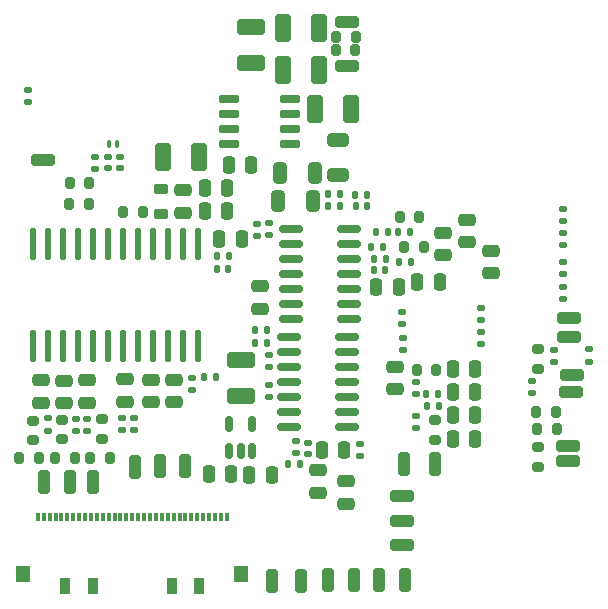
<source format=gbr>
%TF.GenerationSoftware,KiCad,Pcbnew,9.0.0*%
%TF.CreationDate,2025-11-21T18:56:48-08:00*%
%TF.ProjectId,MegaAV_CE_VA0,4d656761-4156-45f4-9345-5f5641302e6b,rev?*%
%TF.SameCoordinates,Original*%
%TF.FileFunction,Paste,Top*%
%TF.FilePolarity,Positive*%
%FSLAX46Y46*%
G04 Gerber Fmt 4.6, Leading zero omitted, Abs format (unit mm)*
G04 Created by KiCad (PCBNEW 9.0.0) date 2025-11-21 18:56:48*
%MOMM*%
%LPD*%
G01*
G04 APERTURE LIST*
G04 Aperture macros list*
%AMRoundRect*
0 Rectangle with rounded corners*
0 $1 Rounding radius*
0 $2 $3 $4 $5 $6 $7 $8 $9 X,Y pos of 4 corners*
0 Add a 4 corners polygon primitive as box body*
4,1,4,$2,$3,$4,$5,$6,$7,$8,$9,$2,$3,0*
0 Add four circle primitives for the rounded corners*
1,1,$1+$1,$2,$3*
1,1,$1+$1,$4,$5*
1,1,$1+$1,$6,$7*
1,1,$1+$1,$8,$9*
0 Add four rect primitives between the rounded corners*
20,1,$1+$1,$2,$3,$4,$5,0*
20,1,$1+$1,$4,$5,$6,$7,0*
20,1,$1+$1,$6,$7,$8,$9,0*
20,1,$1+$1,$8,$9,$2,$3,0*%
G04 Aperture macros list end*
%ADD10RoundRect,0.250000X-0.750000X0.250000X-0.750000X-0.250000X0.750000X-0.250000X0.750000X0.250000X0*%
%ADD11RoundRect,0.250000X0.250000X0.750000X-0.250000X0.750000X-0.250000X-0.750000X0.250000X-0.750000X0*%
%ADD12RoundRect,0.135000X0.185000X-0.135000X0.185000X0.135000X-0.185000X0.135000X-0.185000X-0.135000X0*%
%ADD13RoundRect,0.250000X-0.250000X-0.475000X0.250000X-0.475000X0.250000X0.475000X-0.250000X0.475000X0*%
%ADD14RoundRect,0.135000X0.135000X0.185000X-0.135000X0.185000X-0.135000X-0.185000X0.135000X-0.185000X0*%
%ADD15RoundRect,0.250000X0.925000X-0.412500X0.925000X0.412500X-0.925000X0.412500X-0.925000X-0.412500X0*%
%ADD16RoundRect,0.135000X-0.135000X-0.185000X0.135000X-0.185000X0.135000X0.185000X-0.135000X0.185000X0*%
%ADD17RoundRect,0.150000X0.825000X0.150000X-0.825000X0.150000X-0.825000X-0.150000X0.825000X-0.150000X0*%
%ADD18RoundRect,0.250000X-0.250000X-0.750000X0.250000X-0.750000X0.250000X0.750000X-0.250000X0.750000X0*%
%ADD19RoundRect,0.140000X0.170000X-0.140000X0.170000X0.140000X-0.170000X0.140000X-0.170000X-0.140000X0*%
%ADD20RoundRect,0.250000X0.475000X-0.250000X0.475000X0.250000X-0.475000X0.250000X-0.475000X-0.250000X0*%
%ADD21RoundRect,0.200000X0.200000X0.275000X-0.200000X0.275000X-0.200000X-0.275000X0.200000X-0.275000X0*%
%ADD22RoundRect,0.250000X0.750000X-0.250000X0.750000X0.250000X-0.750000X0.250000X-0.750000X-0.250000X0*%
%ADD23RoundRect,0.135000X-0.185000X0.135000X-0.185000X-0.135000X0.185000X-0.135000X0.185000X0.135000X0*%
%ADD24RoundRect,0.140000X-0.140000X-0.170000X0.140000X-0.170000X0.140000X0.170000X-0.140000X0.170000X0*%
%ADD25RoundRect,0.250000X-0.475000X0.250000X-0.475000X-0.250000X0.475000X-0.250000X0.475000X0.250000X0*%
%ADD26RoundRect,0.250000X-0.412500X-0.925000X0.412500X-0.925000X0.412500X0.925000X-0.412500X0.925000X0*%
%ADD27RoundRect,0.200000X-0.200000X-0.275000X0.200000X-0.275000X0.200000X0.275000X-0.200000X0.275000X0*%
%ADD28RoundRect,0.200000X0.275000X-0.200000X0.275000X0.200000X-0.275000X0.200000X-0.275000X-0.200000X0*%
%ADD29RoundRect,0.150000X-0.825000X-0.150000X0.825000X-0.150000X0.825000X0.150000X-0.825000X0.150000X0*%
%ADD30RoundRect,0.140000X-0.170000X0.140000X-0.170000X-0.140000X0.170000X-0.140000X0.170000X0.140000X0*%
%ADD31RoundRect,0.137500X0.137500X-1.187500X0.137500X1.187500X-0.137500X1.187500X-0.137500X-1.187500X0*%
%ADD32RoundRect,0.250000X0.650000X-0.325000X0.650000X0.325000X-0.650000X0.325000X-0.650000X-0.325000X0*%
%ADD33RoundRect,0.250000X0.250000X0.475000X-0.250000X0.475000X-0.250000X-0.475000X0.250000X-0.475000X0*%
%ADD34RoundRect,0.150000X0.725000X0.150000X-0.725000X0.150000X-0.725000X-0.150000X0.725000X-0.150000X0*%
%ADD35RoundRect,0.218750X0.381250X-0.218750X0.381250X0.218750X-0.381250X0.218750X-0.381250X-0.218750X0*%
%ADD36RoundRect,0.140000X0.140000X0.170000X-0.140000X0.170000X-0.140000X-0.170000X0.140000X-0.170000X0*%
%ADD37RoundRect,0.200000X-0.275000X0.200000X-0.275000X-0.200000X0.275000X-0.200000X0.275000X0.200000X0*%
%ADD38RoundRect,0.250000X-0.325000X-0.650000X0.325000X-0.650000X0.325000X0.650000X-0.325000X0.650000X0*%
%ADD39RoundRect,0.250000X0.325000X0.650000X-0.325000X0.650000X-0.325000X-0.650000X0.325000X-0.650000X0*%
%ADD40R,0.300000X0.800000*%
%ADD41R,1.220000X1.400000*%
%ADD42R,0.850000X1.400000*%
%ADD43RoundRect,0.050000X0.100000X0.250000X-0.100000X0.250000X-0.100000X-0.250000X0.100000X-0.250000X0*%
%ADD44RoundRect,0.150000X0.150000X-0.512500X0.150000X0.512500X-0.150000X0.512500X-0.150000X-0.512500X0*%
G04 APERTURE END LIST*
D10*
%TO.C,REGION*%
X172111038Y-107153929D03*
%TD*%
D11*
%TO.C,B_IN1*%
X176381601Y-134377860D03*
%TD*%
D12*
%TO.C,R21*%
X209209703Y-122678429D03*
X209209703Y-121658429D03*
%TD*%
D13*
%TO.C,C31*%
X187883741Y-107547908D03*
X189783741Y-107547908D03*
%TD*%
D14*
%TO.C,R40*%
X203310000Y-115800000D03*
X202290000Y-115800000D03*
%TD*%
D15*
%TO.C,C56*%
X188909878Y-127106734D03*
X188909878Y-124031734D03*
%TD*%
D11*
%TO.C,S_IN1*%
X184200229Y-133008778D03*
%TD*%
D12*
%TO.C,R66*%
X175901623Y-130078050D03*
X175901623Y-129058050D03*
%TD*%
D16*
%TO.C,R46*%
X198585000Y-110075000D03*
X199605000Y-110075000D03*
%TD*%
D17*
%TO.C,U7*%
X198054240Y-120558814D03*
X198054240Y-119288814D03*
X198054240Y-118018814D03*
X198054240Y-116748814D03*
X198054240Y-115478814D03*
X198054240Y-114208814D03*
X198054240Y-112938814D03*
X193104240Y-112938814D03*
X193104240Y-114208814D03*
X193104240Y-115478814D03*
X193104240Y-116748814D03*
X193104240Y-118018814D03*
X193104240Y-119288814D03*
X193104240Y-120558814D03*
%TD*%
D18*
%TO.C,G_IN1*%
X174451322Y-134396922D03*
%TD*%
D19*
%TO.C,C11*%
X191253416Y-127164810D03*
X191253416Y-126204810D03*
%TD*%
D18*
%TO.C,CD_L1*%
X200620000Y-142700000D03*
%TD*%
D12*
%TO.C,R57*%
X172567973Y-130039917D03*
X172567973Y-129019917D03*
%TD*%
D20*
%TO.C,C26*%
X206025684Y-115211229D03*
X206025684Y-113311229D03*
%TD*%
D21*
%TO.C,R26*%
X205448677Y-124897246D03*
X203798677Y-124897246D03*
%TD*%
D22*
%TO.C,SR3*%
X216650000Y-122125000D03*
%TD*%
D23*
%TO.C,R32*%
X203750000Y-128830000D03*
X203750000Y-129850000D03*
%TD*%
D24*
%TO.C,C36*%
X198645000Y-111025000D03*
X199605000Y-111025000D03*
%TD*%
D22*
%TO.C,CHROMA1*%
X197878207Y-99173916D03*
%TD*%
D12*
%TO.C,R7*%
X191260887Y-124624727D03*
X191260887Y-123604727D03*
%TD*%
D25*
%TO.C,C32*%
X179084485Y-125711494D03*
X179084485Y-127611494D03*
%TD*%
D13*
%TO.C,C54*%
X186170339Y-133754337D03*
X188070339Y-133754337D03*
%TD*%
D14*
%TO.C,R27*%
X205610000Y-126925000D03*
X204590000Y-126925000D03*
%TD*%
D22*
%TO.C,FM_R1*%
X202540000Y-137660000D03*
%TD*%
D26*
%TO.C,C46*%
X182297752Y-106885737D03*
X185372752Y-106885737D03*
%TD*%
D27*
%TO.C,R56*%
X176138382Y-132371704D03*
X177788382Y-132371704D03*
%TD*%
D20*
%TO.C,C4*%
X195460000Y-135290000D03*
X195460000Y-133390000D03*
%TD*%
D22*
%TO.C,HPL_SL2*%
X216895710Y-125307108D03*
%TD*%
D28*
%TO.C,R15*%
X214084197Y-133110858D03*
X214084197Y-131460858D03*
%TD*%
D18*
%TO.C,HP_L1*%
X202675000Y-132875000D03*
%TD*%
D27*
%TO.C,R37*%
X170124253Y-132403464D03*
X171774253Y-132403464D03*
%TD*%
D14*
%TO.C,R36*%
X186821970Y-125539302D03*
X185801970Y-125539302D03*
%TD*%
D18*
%TO.C,HP_R1*%
X205325000Y-132865000D03*
%TD*%
D12*
%TO.C,R67*%
X184768353Y-126616345D03*
X184768353Y-125596345D03*
%TD*%
D13*
%TO.C,C37*%
X200373165Y-117916742D03*
X202273165Y-117916742D03*
%TD*%
D12*
%TO.C,R30*%
X213500000Y-126885000D03*
X213500000Y-125865000D03*
%TD*%
D26*
%TO.C,C47*%
X192426027Y-95954101D03*
X195501027Y-95954101D03*
%TD*%
D21*
%TO.C,R74*%
X176018534Y-110842019D03*
X174368534Y-110842019D03*
%TD*%
D14*
%TO.C,R41*%
X203235000Y-113200000D03*
X202215000Y-113200000D03*
%TD*%
D25*
%TO.C,C51*%
X183994859Y-109697002D03*
X183994859Y-111597002D03*
%TD*%
D14*
%TO.C,R48*%
X201366796Y-113209942D03*
X200346796Y-113209942D03*
%TD*%
D20*
%TO.C,C15*%
X201941390Y-126557723D03*
X201941390Y-124657723D03*
%TD*%
D12*
%TO.C,R68*%
X179861113Y-129976516D03*
X179861113Y-128956516D03*
%TD*%
D23*
%TO.C,R23*%
X202600000Y-122230000D03*
X202600000Y-123250000D03*
%TD*%
D18*
%TO.C,32X_L1*%
X196280000Y-142730000D03*
%TD*%
D29*
%TO.C,U3*%
X192951106Y-122128898D03*
X192951106Y-123398898D03*
X192951106Y-124668898D03*
X192951106Y-125938898D03*
X192951106Y-127208898D03*
X192951106Y-128478898D03*
X192951106Y-129748898D03*
X197901106Y-129748898D03*
X197901106Y-128478898D03*
X197901106Y-127208898D03*
X197901106Y-125938898D03*
X197901106Y-124668898D03*
X197901106Y-123398898D03*
X197901106Y-122128898D03*
%TD*%
D12*
%TO.C,R58*%
X174969760Y-130078050D03*
X174969760Y-129058050D03*
%TD*%
%TO.C,R31*%
X203700000Y-126970000D03*
X203700000Y-125950000D03*
%TD*%
D23*
%TO.C,R22*%
X209234703Y-119633429D03*
X209234703Y-120653429D03*
%TD*%
D22*
%TO.C,SL3*%
X216650000Y-120475000D03*
%TD*%
D10*
%TO.C,HPL_SL1*%
X216855293Y-126749678D03*
%TD*%
D12*
%TO.C,R79*%
X216141571Y-112296884D03*
X216141571Y-111276884D03*
%TD*%
%TO.C,R25*%
X198940000Y-132180000D03*
X198940000Y-131160000D03*
%TD*%
D18*
%TO.C,R_IN1*%
X172225448Y-134427317D03*
%TD*%
D21*
%TO.C,R35*%
X180588376Y-111500185D03*
X178938376Y-111500185D03*
%TD*%
D23*
%TO.C,R61*%
X215403331Y-123213151D03*
X215403331Y-124233151D03*
%TD*%
D30*
%TO.C,C49*%
X177622946Y-106882708D03*
X177622946Y-107842708D03*
%TD*%
D31*
%TO.C,IC1*%
X171330163Y-122873265D03*
X172600163Y-122873265D03*
X173870163Y-122873265D03*
X175140163Y-122873265D03*
X176410163Y-122873265D03*
X177680163Y-122873265D03*
X178950163Y-122873265D03*
X180220163Y-122873265D03*
X181490163Y-122873265D03*
X182760163Y-122873265D03*
X184030163Y-122873265D03*
X185300163Y-122873265D03*
X185300163Y-114223265D03*
X184030163Y-114223265D03*
X182760163Y-114223265D03*
X181490163Y-114223265D03*
X180220163Y-114223265D03*
X178950163Y-114223265D03*
X177680163Y-114223265D03*
X176410163Y-114223265D03*
X175140163Y-114223265D03*
X173870163Y-114223265D03*
X172600163Y-114223265D03*
X171330163Y-114223265D03*
%TD*%
D28*
%TO.C,R17*%
X214017015Y-124794773D03*
X214017015Y-123144773D03*
%TD*%
D22*
%TO.C,HPR_SL2*%
X216620000Y-131380000D03*
%TD*%
D32*
%TO.C,C44*%
X197150000Y-108375000D03*
X197150000Y-105425000D03*
%TD*%
D12*
%TO.C,R70*%
X178796739Y-130005010D03*
X178796739Y-128985010D03*
%TD*%
D20*
%TO.C,C28*%
X171951528Y-127698422D03*
X171951528Y-125798422D03*
%TD*%
%TO.C,C34*%
X175866931Y-127697924D03*
X175866931Y-125797924D03*
%TD*%
D21*
%TO.C,R39*%
X204374375Y-114509948D03*
X202724375Y-114509948D03*
%TD*%
D18*
%TO.C,GND1*%
X193970000Y-142820000D03*
%TD*%
%TO.C,5V1*%
X191510000Y-142820000D03*
%TD*%
D26*
%TO.C,C48*%
X192426209Y-99490978D03*
X195501209Y-99490978D03*
%TD*%
D14*
%TO.C,R55*%
X197260000Y-110050000D03*
X196240000Y-110050000D03*
%TD*%
%TO.C,R28*%
X205656609Y-127996528D03*
X204636609Y-127996528D03*
%TD*%
D28*
%TO.C,R73*%
X177094344Y-130752519D03*
X177094344Y-129102519D03*
%TD*%
D22*
%TO.C,LUMA1*%
X197847500Y-95420000D03*
%TD*%
D20*
%TO.C,C14*%
X190521020Y-119730585D03*
X190521020Y-117830585D03*
%TD*%
D33*
%TO.C,C52*%
X187755052Y-111478272D03*
X185855052Y-111478272D03*
%TD*%
D34*
%TO.C,U6*%
X193072100Y-105760440D03*
X193072100Y-104490440D03*
X193072100Y-103220440D03*
X193072100Y-101950440D03*
X187922100Y-101950440D03*
X187922100Y-103220440D03*
X187922100Y-104490440D03*
X187922100Y-105760440D03*
%TD*%
D35*
%TO.C,L1*%
X182091509Y-111730420D03*
X182091509Y-109605420D03*
%TD*%
D12*
%TO.C,R65*%
X216153744Y-116809290D03*
X216153744Y-115789290D03*
%TD*%
D16*
%TO.C,R49*%
X196240000Y-111050000D03*
X197260000Y-111050000D03*
%TD*%
D19*
%TO.C,C50*%
X178697965Y-107807268D03*
X178697965Y-106847268D03*
%TD*%
D36*
%TO.C,C12*%
X191075754Y-121542006D03*
X190115754Y-121542006D03*
%TD*%
D20*
%TO.C,C27*%
X208012328Y-114078003D03*
X208012328Y-112178003D03*
%TD*%
D13*
%TO.C,C39*%
X187045627Y-113788512D03*
X188945627Y-113788512D03*
%TD*%
D27*
%TO.C,R45*%
X174389595Y-109043388D03*
X176039595Y-109043388D03*
%TD*%
D37*
%TO.C,R29*%
X205360966Y-129153158D03*
X205360966Y-130803158D03*
%TD*%
D38*
%TO.C,C43*%
X192177100Y-108215183D03*
X195127100Y-108215183D03*
%TD*%
D20*
%TO.C,C24*%
X210034721Y-116736388D03*
X210034721Y-114836388D03*
%TD*%
D21*
%TO.C,R75*%
X198598268Y-96682714D03*
X196948268Y-96682714D03*
%TD*%
D18*
%TO.C,CD_R1*%
X202790000Y-142700000D03*
%TD*%
D33*
%TO.C,C55*%
X191494516Y-133776307D03*
X189594516Y-133776307D03*
%TD*%
D19*
%TO.C,C13*%
X194602707Y-132042400D03*
X194602707Y-131082400D03*
%TD*%
D26*
%TO.C,C45*%
X195127964Y-102800000D03*
X198202964Y-102800000D03*
%TD*%
D23*
%TO.C,R8*%
X193560167Y-130901124D03*
X193560167Y-131921124D03*
%TD*%
D14*
%TO.C,R4*%
X191120700Y-122618176D03*
X190100700Y-122618176D03*
%TD*%
D33*
%TO.C,C19*%
X208750000Y-124800000D03*
X206850000Y-124800000D03*
%TD*%
D27*
%TO.C,R33*%
X213966347Y-129933509D03*
X215616347Y-129933509D03*
%TD*%
D33*
%TO.C,C53*%
X187742485Y-109517739D03*
X185842485Y-109517739D03*
%TD*%
D20*
%TO.C,C29*%
X173905907Y-127705799D03*
X173905907Y-125805799D03*
%TD*%
D33*
%TO.C,C21*%
X208750000Y-128750000D03*
X206850000Y-128750000D03*
%TD*%
D22*
%TO.C,HPR_SL1*%
X216620000Y-132660000D03*
%TD*%
D33*
%TO.C,C22*%
X208750000Y-130725000D03*
X206850000Y-130725000D03*
%TD*%
D39*
%TO.C,C42*%
X194992578Y-110569305D03*
X192042578Y-110569305D03*
%TD*%
D30*
%TO.C,C1*%
X170871360Y-101222574D03*
X170871360Y-102182574D03*
%TD*%
D16*
%TO.C,R47*%
X200137134Y-115493804D03*
X201157134Y-115493804D03*
%TD*%
D33*
%TO.C,C20*%
X208750000Y-126775000D03*
X206850000Y-126775000D03*
%TD*%
D24*
%TO.C,C35*%
X200148450Y-116450400D03*
X201108450Y-116450400D03*
%TD*%
D40*
%TO.C,Z1*%
X171700000Y-137360000D03*
X172200000Y-137360000D03*
X172700000Y-137360000D03*
X173200000Y-137360000D03*
X173700000Y-137360000D03*
X174200000Y-137360000D03*
X174700000Y-137360000D03*
X175200000Y-137360000D03*
X175700000Y-137360000D03*
X176200000Y-137360000D03*
X176700000Y-137360000D03*
X177200000Y-137360000D03*
X177700000Y-137360000D03*
X178200000Y-137360000D03*
X178700000Y-137360000D03*
X179200000Y-137360000D03*
X179700000Y-137360000D03*
X180200000Y-137360000D03*
X180700000Y-137360000D03*
X181200000Y-137360000D03*
X181700000Y-137360000D03*
X182200000Y-137360000D03*
X182700000Y-137360000D03*
X183200000Y-137360000D03*
X183700000Y-137360000D03*
X184200000Y-137360000D03*
X184700000Y-137360000D03*
X185200000Y-137360000D03*
X185700000Y-137360000D03*
X186200000Y-137360000D03*
X186700000Y-137360000D03*
X187200000Y-137360000D03*
X187700000Y-137360000D03*
D41*
X170460000Y-142210000D03*
D42*
X174025000Y-143220000D03*
X176375000Y-143220000D03*
X183025000Y-143220000D03*
X185375000Y-143220000D03*
D41*
X188940000Y-142210000D03*
%TD*%
D20*
%TO.C,C3*%
X197830000Y-136230000D03*
X197830000Y-134330000D03*
%TD*%
D22*
%TO.C,FM_L1*%
X202510000Y-139750000D03*
%TD*%
D16*
%TO.C,R5*%
X192842780Y-132879588D03*
X193862780Y-132879588D03*
%TD*%
D23*
%TO.C,R59*%
X176553855Y-106847067D03*
X176553855Y-107867067D03*
%TD*%
D43*
%TO.C,D2*%
X178389504Y-105815228D03*
X177689504Y-105815228D03*
%TD*%
D23*
%TO.C,R60*%
X218406679Y-123174217D03*
X218406679Y-124194217D03*
%TD*%
D25*
%TO.C,C33*%
X181276739Y-125744518D03*
X181276739Y-127644518D03*
%TD*%
D18*
%TO.C,SBCR1*%
X179916590Y-133100038D03*
%TD*%
D27*
%TO.C,R34*%
X213902890Y-128430495D03*
X215552890Y-128430495D03*
%TD*%
D12*
%TO.C,R54*%
X190294601Y-113548791D03*
X190294601Y-112528791D03*
%TD*%
%TO.C,R62*%
X216145000Y-114305000D03*
X216145000Y-113285000D03*
%TD*%
D13*
%TO.C,C30*%
X195742242Y-131651364D03*
X197642242Y-131651364D03*
%TD*%
D21*
%TO.C,R76*%
X198572452Y-97834544D03*
X196922452Y-97834544D03*
%TD*%
D13*
%TO.C,C25*%
X203837087Y-117479548D03*
X205737087Y-117479548D03*
%TD*%
D28*
%TO.C,R69*%
X171252048Y-130864661D03*
X171252048Y-129214661D03*
%TD*%
D12*
%TO.C,R52*%
X191314721Y-113509615D03*
X191314721Y-112489615D03*
%TD*%
D28*
%TO.C,R71*%
X173774230Y-130761461D03*
X173774230Y-129111461D03*
%TD*%
D21*
%TO.C,R38*%
X174826950Y-132372146D03*
X173176950Y-132372146D03*
%TD*%
D18*
%TO.C,32X_R1*%
X198440000Y-142720000D03*
%TD*%
%TO.C,GND2*%
X182072878Y-133024189D03*
%TD*%
D23*
%TO.C,R24*%
X202575000Y-119980000D03*
X202575000Y-121000000D03*
%TD*%
D24*
%TO.C,C9*%
X186862097Y-116379608D03*
X187822097Y-116379608D03*
%TD*%
D20*
%TO.C,C38*%
X183254325Y-127647015D03*
X183254325Y-125747015D03*
%TD*%
D14*
%TO.C,R53*%
X200945591Y-114517131D03*
X199925591Y-114517131D03*
%TD*%
D44*
%TO.C,U2*%
X187924798Y-131750132D03*
X188874798Y-131750132D03*
X189824798Y-131750132D03*
X189824798Y-129475132D03*
X187924798Y-129475132D03*
%TD*%
D12*
%TO.C,R64*%
X216150000Y-118895000D03*
X216150000Y-117875000D03*
%TD*%
D14*
%TO.C,R72*%
X187851953Y-115284875D03*
X186831953Y-115284875D03*
%TD*%
D21*
%TO.C,R42*%
X203998415Y-111952655D03*
X202348415Y-111952655D03*
%TD*%
D15*
%TO.C,C41*%
X189775000Y-98962500D03*
X189775000Y-95887500D03*
%TD*%
D22*
%TO.C,P1*%
X202530000Y-135610000D03*
%TD*%
M02*

</source>
